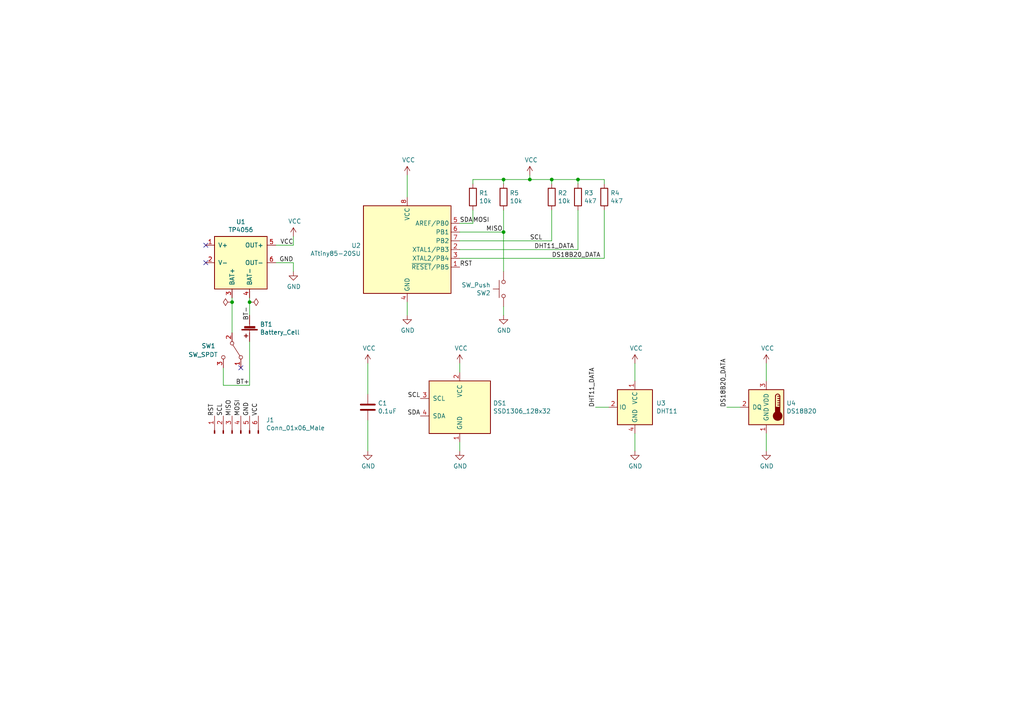
<source format=kicad_sch>
(kicad_sch (version 20211123) (generator eeschema)
  (paper "A4")
  (title_block (title "Tiny-Thermometer") (date "2021-03-13") (rev "1.0 / A") (company "Fernando Coda"))
  (lib_symbols
    (symbol "Connector:Conn_01x06_Male" (pin_names (offset 1.016) hide)
      (property "Reference" "J" (at 0 7.62 0))
      (property "Value" "Conn_01x06_Male" (at 0 -10.16 0))
      (symbol "Conn_01x06_Male_1_1"
        (polyline (pts (xy 1.27 -7.62) (xy 0.8636 -7.62)) (stroke (width 0.1524)))
        (polyline (pts (xy 1.27 -5.08) (xy 0.8636 -5.08)) (stroke (width 0.1524)))
        (polyline (pts (xy 1.27 -2.54) (xy 0.8636 -2.54)) (stroke (width 0.1524)))
        (polyline (pts (xy 1.27 0) (xy 0.8636 0)) (stroke (width 0.1524)))
        (polyline (pts (xy 1.27 2.54) (xy 0.8636 2.54)) (stroke (width 0.1524)))
        (polyline (pts (xy 1.27 5.08) (xy 0.8636 5.08)) (stroke (width 0.1524)))
        (rectangle (start 0.8636 -7.493) (end 0 -7.747) (stroke (width 0.1524)) (fill (type outline)))
        (rectangle (start 0.8636 -4.953) (end 0 -5.207) (stroke (width 0.1524)) (fill (type outline)))
        (rectangle (start 0.8636 -2.413) (end 0 -2.667) (stroke (width 0.1524)) (fill (type outline)))
        (rectangle (start 0.8636 0.127) (end 0 -0.127) (stroke (width 0.1524)) (fill (type outline)))
        (rectangle (start 0.8636 2.667) (end 0 2.413) (stroke (width 0.1524)) (fill (type outline)))
        (rectangle (start 0.8636 5.207) (end 0 4.953) (stroke (width 0.1524)) (fill (type outline)))
        (pin passive line (at 5.08 5.08 180) (length 3.81) (name "Pin_1") (number "1"))
        (pin passive line (at 5.08 2.54 180) (length 3.81) (name "Pin_2") (number "2"))
        (pin passive line (at 5.08 0 180) (length 3.81) (name "Pin_3") (number "3"))
        (pin passive line (at 5.08 -2.54 180) (length 3.81) (name "Pin_4") (number "4"))
        (pin passive line (at 5.08 -5.08 180) (length 3.81) (name "Pin_5") (number "5"))
        (pin passive line (at 5.08 -7.62 180) (length 3.81) (name "Pin_6") (number "6"))
      )
    )
    (symbol "Device:Battery_Cell" (pin_numbers hide) (pin_names (offset 0) hide)
      (property "Reference" "BT" (at 2.54 2.54 0))
      (property "Value" "Battery_Cell" (at 2.54 0 0))
      (symbol "Battery_Cell_0_1"
        (rectangle (start -2.286 1.778) (end 2.286 1.524) (fill (type outline)))
        (rectangle (start -1.5748 1.1938) (end 1.4732 0.6858) (fill (type outline)))
        (polyline (pts (xy 0 0.762) (xy 0 0)))
        (polyline (pts (xy 0 1.778) (xy 0 2.54)))
        (polyline (pts (xy 0.508 3.429) (xy 1.524 3.429)) (stroke (width 0.254)))
        (polyline (pts (xy 1.016 3.937) (xy 1.016 2.921)) (stroke (width 0.254)))
      )
      (symbol "Battery_Cell_1_1"
        (pin passive line (at 0 5.08 270) (length 2.54) (name "+") (number "1"))
        (pin passive line (at 0 -2.54 90) (length 2.54) (name "-") (number "2"))
      )
    )
    (symbol "Device:C" (pin_numbers hide) (pin_names (offset 0.254))
      (property "Reference" "C" (at 0.635 2.54 0))
      (property "Value" "C" (at 0.635 -2.54 0))
      (symbol "C_0_1"
        (polyline (pts (xy -2.032 -0.762) (xy 2.032 -0.762)) (stroke (width 0.508)))
        (polyline (pts (xy -2.032 0.762) (xy 2.032 0.762)) (stroke (width 0.508)))
      )
      (symbol "C_1_1"
        (pin passive line (at 0 3.81 270) (length 2.794) (name "~") (number "1"))
        (pin passive line (at 0 -3.81 90) (length 2.794) (name "~") (number "2"))
      )
    )
    (symbol "Device:R" (pin_numbers hide) (pin_names (offset 0))
      (property "Reference" "R" (at 2.032 0 90))
      (property "Value" "R" (at 0 0 90))
      (symbol "R_0_1"
        (rectangle (start -1.016 -2.54) (end 1.016 2.54) (stroke (width 0.254)))
      )
      (symbol "R_1_1"
        (pin passive line (at 0 3.81 270) (length 1.27) (name "~") (number "1"))
        (pin passive line (at 0 -3.81 90) (length 1.27) (name "~") (number "2"))
      )
    )
    (symbol "MCU_Microchip_ATtiny:ATtiny85-20SU"
      (property "Reference" "U" (at -12.7 13.97 0))
      (property "Value" "MCU_Microchip_ATtiny_ATtiny85-20SU" (at 2.54 -13.97 0))
      (symbol "ATtiny85-20SU_0_1"
        (rectangle (start -12.7 -12.7) (end 12.7 12.7) (stroke (width 0.254)) (fill (type background)))
      )
      (symbol "ATtiny85-20SU_1_1"
        (pin bidirectional line (at 15.24 -5.08 180) (length 2.54) (name "~{RESET}/PB5") (number "1"))
        (pin bidirectional line (at 15.24 0 180) (length 2.54) (name "XTAL1/PB3") (number "2"))
        (pin bidirectional line (at 15.24 -2.54 180) (length 2.54) (name "XTAL2/PB4") (number "3"))
        (pin power_in line (at 0 -15.24 90) (length 2.54) (name "GND") (number "4"))
        (pin bidirectional line (at 15.24 7.62 180) (length 2.54) (name "AREF/PB0") (number "5"))
        (pin bidirectional line (at 15.24 5.08 180) (length 2.54) (name "PB1") (number "6"))
        (pin bidirectional line (at 15.24 2.54 180) (length 2.54) (name "PB2") (number "7"))
        (pin power_in line (at 0 15.24 270) (length 2.54) (name "VCC") (number "8"))
      )
    )
    (symbol "Sensor:DHT11"
      (property "Reference" "U" (at -3.81 6.35 0))
      (property "Value" "DHT11" (at 3.81 6.35 0))
      (symbol "DHT11_0_1"
        (rectangle (start -5.08 5.08) (end 5.08 -5.08) (stroke (width 0.254)) (fill (type background)))
      )
      (symbol "DHT11_1_1"
        (pin power_in line (at 0 7.62 270) (length 2.54) (name "VCC") (number "1"))
        (pin bidirectional line (at 7.62 0 180) (length 2.54) (name "IO") (number "2"))
        (pin no_connect line (at -5.08 0 0) (length 2.54) hide (name "NC") (number "3"))
        (pin power_in line (at 0 -7.62 90) (length 2.54) (name "GND") (number "4"))
      )
    )
    (symbol "Sensor_Temperature:DS18B20" (pin_names (offset 1.016))
      (property "Reference" "U" (at -3.81 6.35 0))
      (property "Value" "DS18B20" (at 6.35 6.35 0))
      (symbol "DS18B20_0_1"
        (rectangle (start -5.08 5.08) (end 5.08 -5.08) (stroke (width 0.254)) (fill (type background)))
        (circle (center -3.302 -2.54) (radius 1.27) (stroke (width 0.254)) (fill (type outline)))
        (rectangle (start -2.667 -1.905) (end -3.937 0) (stroke (width 0.254)) (fill (type outline)))
        (arc (start -2.667 3.175) (mid -3.302 3.81) (end -3.937 3.175) (stroke (width 0.254)))
        (polyline (pts (xy -3.937 0.635) (xy -3.302 0.635)) (stroke (width 0.254)))
        (polyline (pts (xy -3.937 1.27) (xy -3.302 1.27)) (stroke (width 0.254)))
        (polyline (pts (xy -3.937 1.905) (xy -3.302 1.905)) (stroke (width 0.254)))
        (polyline (pts (xy -3.937 2.54) (xy -3.302 2.54)) (stroke (width 0.254)))
        (polyline (pts (xy -3.937 3.175) (xy -3.937 0)) (stroke (width 0.254)))
        (polyline (pts (xy -3.937 3.175) (xy -3.302 3.175)) (stroke (width 0.254)))
        (polyline (pts (xy -2.667 3.175) (xy -2.667 0)) (stroke (width 0.254)))
      )
      (symbol "DS18B20_1_1"
        (pin power_in line (at 0 -7.62 90) (length 2.54) (name "GND") (number "1"))
        (pin bidirectional line (at 7.62 0 180) (length 2.54) (name "DQ") (number "2"))
        (pin power_in line (at 0 7.62 270) (length 2.54) (name "VDD") (number "3"))
      )
    )
    (symbol "Switch:SW_Push" (pin_numbers hide) (pin_names (offset 1.016) hide)
      (property "Reference" "SW" (at 1.27 2.54 0))
      (property "Value" "SW_Push" (at 0 -1.524 0))
      (symbol "SW_Push_0_1"
        (circle (center -2.032 0) (radius 0.508))
        (polyline (pts (xy 0 1.27) (xy 0 3.048)))
        (polyline (pts (xy 2.54 1.27) (xy -2.54 1.27)))
        (circle (center 2.032 0) (radius 0.508))
        (pin passive line (at -5.08 0 0) (length 2.54) (name "1") (number "1"))
        (pin passive line (at 5.08 0 180) (length 2.54) (name "2") (number "2"))
      )
    )
    (symbol "Switch:SW_SPDT" (pin_names (offset 0) hide)
      (property "Reference" "SW" (at 0 4.318 0))
      (property "Value" "SW_SPDT" (at 0 -5.08 0))
      (symbol "SW_SPDT_0_0"
        (circle (center -2.032 0) (radius 0.508))
        (circle (center 2.032 -2.54) (radius 0.508))
      )
      (symbol "SW_SPDT_0_1"
        (polyline (pts (xy -1.524 0.254) (xy 1.651 2.286)))
        (circle (center 2.032 2.54) (radius 0.508))
      )
      (symbol "SW_SPDT_1_1"
        (pin passive line (at 5.08 2.54 180) (length 2.54) (name "A") (number "1"))
        (pin passive line (at -5.08 0 0) (length 2.54) (name "B") (number "2"))
        (pin passive line (at 5.08 -2.54 180) (length 2.54) (name "C") (number "3"))
      )
    )
    (symbol "power:GND" (power) (pin_names (offset 0))
      (property "Value" "GND" (at 0 -3.81 0))
      (symbol "GND_0_1"
        (polyline (pts (xy 0 0) (xy 0 -1.27) (xy 1.27 -1.27) (xy 0 -2.54) (xy -1.27 -1.27) (xy 0 -1.27)))
      )
      (symbol "GND_1_1"
        (pin power_in line (at 0 0 270) (length 0) hide (name "GND") (number "1"))
      )
    )
    (symbol "power:PWR_FLAG" (power) (pin_numbers hide) (pin_names (offset 0) hide)
      (property "Value" "PWR_FLAG" (at 0 3.81 0))
      (symbol "PWR_FLAG_0_0"
        (pin power_out line (at 0 0 90) (length 0) (name "pwr") (number "1"))
      )
      (symbol "PWR_FLAG_0_1"
        (polyline (pts (xy 0 0) (xy 0 1.27) (xy -1.016 1.905) (xy 0 2.54) (xy 1.016 1.905) (xy 0 1.27)))
      )
    )
    (symbol "power:VCC" (power) (pin_names (offset 0))
      (property "Value" "VCC" (at 0 3.81 0))
      (symbol "VCC_0_1"
        (polyline (pts (xy -0.762 1.27) (xy 0 2.54)))
        (polyline (pts (xy 0 0) (xy 0 2.54)))
        (polyline (pts (xy 0 2.54) (xy 0.762 1.27)))
      )
      (symbol "VCC_1_1"
        (pin power_in line (at 0 0 90) (length 0) hide (name "VCC") (number "1"))
      )
    )
    (symbol "ssd1306_128x32:SSD1306_128x32" (pin_names (offset 1.016))
      (property "Reference" "DS" (at -7.62 8.89 0))
      (property "Value" "SSD1306_128x32" (at 10.16 8.89 0))
      (symbol "SSD1306_128x32_0_1"
        (rectangle (start -8.89 7.62) (end 8.89 -7.62) (stroke (width 0.254)) (fill (type background)))
      )
      (symbol "SSD1306_128x32_1_1"
        (pin power_in line (at 0 -10.16 90) (length 2.54) (name "GND") (number "1"))
        (pin power_in line (at 0 10.16 270) (length 2.54) (name "VCC") (number "2"))
        (pin input line (at -11.43 2.54 0) (length 2.54) (name "SCL") (number "3"))
        (pin bidirectional line (at -11.43 -2.54 0) (length 2.54) (name "SDA") (number "4"))
      )
    )
    (symbol "tp4056:TP4056" (pin_names (offset 1.016))
      (property "Reference" "U" (at -6.35 8.89 0))
      (property "Value" "TP4056" (at 5.08 8.89 0))
      (symbol "TP4056_0_1"
        (rectangle (start -7.62 7.62) (end 7.62 -7.62) (stroke (width 0.254)) (fill (type background)))
      )
      (symbol "TP4056_1_1"
        (pin power_in line (at -10.16 5.08 0) (length 2.54) (name "V+") (number "1"))
        (pin power_in line (at -10.16 0 0) (length 2.54) (name "V-") (number "2"))
        (pin power_in line (at -2.54 -10.16 90) (length 2.54) (name "BAT+") (number "3"))
        (pin power_in line (at 2.54 -10.16 90) (length 2.54) (name "BAT-") (number "4"))
        (pin power_out line (at 10.16 5.08 180) (length 2.54) (name "OUT+") (number "5"))
        (pin power_out line (at 10.16 0 180) (length 2.54) (name "OUT-") (number "6"))
      )
    )
  )
  (junction (at 146.05 67.31))
  (junction (at 160.02 52.07))
  (junction (at 72.39 87.63))
  (junction (at 67.31 87.63))
  (junction (at 146.05 52.07))
  (junction (at 153.67 52.07))
  (junction (at 167.64 52.07))
  (no_connect (at 59.69 71.12))
  (no_connect (at 59.69 76.2))
  (no_connect (at 69.85 106.68))
  (wire (pts (xy 85.09 71.12) (xy 85.09 68.58)))
  (wire (pts (xy 167.64 52.07) (xy 167.64 53.34)))
  (wire (pts (xy 137.16 64.77) (xy 133.35 64.77)))
  (wire (pts (xy 153.67 52.07) (xy 146.05 52.07)))
  (wire (pts (xy 167.64 52.07) (xy 175.26 52.07)))
  (wire (pts (xy 146.05 60.96) (xy 146.05 67.31)))
  (wire (pts (xy 146.05 53.34) (xy 146.05 52.07)))
  (wire (pts (xy 80.01 76.2) (xy 85.09 76.2)))
  (wire (pts (xy 210.82 118.11) (xy 214.63 118.11)))
  (wire (pts (xy 133.35 105.41) (xy 133.35 107.95)))
  (wire (pts (xy 137.16 52.07) (xy 137.16 53.34)))
  (wire (pts (xy 72.39 91.44) (xy 72.39 87.63)))
  (wire (pts (xy 153.67 52.07) (xy 160.02 52.07)))
  (wire (pts (xy 146.05 78.74) (xy 146.05 67.31)))
  (wire (pts (xy 172.72 118.11) (xy 176.53 118.11)))
  (wire (pts (xy 118.11 87.63) (xy 118.11 91.44)))
  (wire (pts (xy 133.35 128.27) (xy 133.35 130.81)))
  (wire (pts (xy 106.68 114.3) (xy 106.68 105.41)))
  (wire (pts (xy 72.39 87.63) (xy 72.39 86.36)))
  (wire (pts (xy 222.25 105.41) (xy 222.25 110.49)))
  (wire (pts (xy 184.15 105.41) (xy 184.15 110.49)))
  (wire (pts (xy 67.31 86.36) (xy 67.31 87.63)))
  (wire (pts (xy 137.16 60.96) (xy 137.16 64.77)))
  (wire (pts (xy 167.64 60.96) (xy 167.64 72.39)))
  (wire (pts (xy 146.05 67.31) (xy 133.35 67.31)))
  (wire (pts (xy 106.68 130.81) (xy 106.68 121.92)))
  (wire (pts (xy 222.25 130.81) (xy 222.25 125.73)))
  (wire (pts (xy 175.26 74.93) (xy 133.35 74.93)))
  (wire (pts (xy 64.77 111.76) (xy 72.39 111.76)))
  (wire (pts (xy 80.01 71.12) (xy 85.09 71.12)))
  (wire (pts (xy 118.11 50.8) (xy 118.11 57.15)))
  (wire (pts (xy 160.02 52.07) (xy 160.02 53.34)))
  (wire (pts (xy 72.39 111.76) (xy 72.39 99.06)))
  (wire (pts (xy 67.31 87.63) (xy 67.31 96.52)))
  (wire (pts (xy 175.26 52.07) (xy 175.26 53.34)))
  (wire (pts (xy 146.05 52.07) (xy 137.16 52.07)))
  (wire (pts (xy 175.26 60.96) (xy 175.26 74.93)))
  (wire (pts (xy 146.05 88.9) (xy 146.05 91.44)))
  (wire (pts (xy 184.15 125.73) (xy 184.15 130.81)))
  (wire (pts (xy 64.77 111.76) (xy 64.77 106.68)))
  (wire (pts (xy 160.02 60.96) (xy 160.02 69.85)))
  (wire (pts (xy 160.02 52.07) (xy 167.64 52.07)))
  (wire (pts (xy 160.02 69.85) (xy 133.35 69.85)))
  (wire (pts (xy 167.64 72.39) (xy 133.35 72.39)))
  (wire (pts (xy 153.67 50.8) (xy 153.67 52.07)))
  (wire (pts (xy 85.09 76.2) (xy 85.09 78.74)))
  (label "DS18B20_DATA" (at 210.82 118.11 90))
  (label "MOSI" (at 137.16 64.77 0))
  (label "VCC" (at 74.93 120.65 90))
  (label "RST" (at 62.23 120.65 90))
  (label "SCL" (at 153.67 69.85 0))
  (label "MISO" (at 140.97 67.31 0))
  (label "GND" (at 72.39 120.65 90))
  (label "MOSI" (at 69.85 120.65 90))
  (label "RST" (at 133.35 77.47 0))
  (label "SDA" (at 133.35 64.77 0))
  (label "SDA" (at 121.92 120.65 180))
  (label "DHT11_DATA" (at 154.94 72.39 0))
  (label "BT-" (at 72.39 88.9 270))
  (label "MISO" (at 67.31 120.65 90))
  (label "SCL" (at 121.92 115.57 180))
  (label "SCL" (at 64.77 120.65 90))
  (label "VCC" (at 85.09 71.12 180))
  (label "BT+" (at 72.39 111.76 180))
  (label "DS18B20_DATA" (at 160.02 74.93 0))
  (label "DHT11_DATA" (at 172.72 118.11 90))
  (label "GND" (at 85.09 76.2 180))
  (symbol (lib_id "Device:R") (at 167.64 57.15 0) (unit 1)
    (property "Reference" "R3" (at 169.418 55.9816 0) (effects (justify left)))
    (property "Value" "4k7" (at 169.418 58.293 0) (effects (justify left)))
    (property "Footprint" "Resistor_SMD:R_1206_3216Metric_Pad1.30x1.75mm_HandSolder" (effects hide))
  )
  (symbol (lib_id "Device:C") (at 106.68 118.11 0) (unit 1)
    (property "Reference" "C1" (at 109.601 116.9416 0) (effects (justify left)))
    (property "Value" "0.1uF" (at 109.601 119.253 0) (effects (justify left)))
    (property "Footprint" "Capacitor_SMD:C_1206_3216Metric_Pad1.33x1.80mm_HandSolder" (effects hide))
  )
  (symbol (lib_id "MCU_Microchip_ATtiny:ATtiny85-20SU") (at 118.11 72.39 0) (unit 1)
    (property "Reference" "U2" (at 104.6734 71.2216 0) (effects (justify right)))
    (property "Value" "ATtiny85-20SU" (at 104.6734 73.533 0) (effects (justify right)))
    (property "Footprint" "Package_SO:SOIJ-8_5.3x5.3mm_P1.27mm" (effects hide))
    (property "Datasheet" "http://ww1.microchip.com/downloads/en/DeviceDoc/atmel-2586-avr-8-bit-microcontroller-attiny25-attiny45-attiny85_datasheet.pdf" (effects hide))
  )
  (symbol (lib_id "Sensor:DHT11") (at 184.15 118.11 0) (mirror y) (unit 1)
    (property "Reference" "U3" (at 190.3476 116.9416 0) (effects (justify right)))
    (property "Value" "DHT11" (at 190.3476 119.253 0) (effects (justify right)))
    (property "Footprint" "Sensor:Aosong_DHT11_5.5x12.0_P2.54mm_horizontal" (effects hide))
    (property "Datasheet" "http://akizukidenshi.com/download/ds/aosong/DHT11.pdf" (effects hide))
  )
  (symbol (lib_id "Sensor_Temperature:DS18B20") (at 222.25 118.11 0) (mirror y) (unit 1)
    (property "Reference" "U4" (at 228.092 116.9416 0) (effects (justify right)))
    (property "Value" "DS18B20" (at 228.092 119.253 0) (effects (justify right)))
    (property "Footprint" "Connector_JST:JST_XH_S3B-XH-A_1x03_P2.50mm_Horizontal" (effects hide))
    (property "Datasheet" "http://datasheets.maximintegrated.com/en/ds/DS18B20.pdf" (effects hide))
  )
  (symbol (lib_id "tp4056:TP4056") (at 69.85 76.2 0) (unit 1)
    (property "Reference" "U1" (at 69.85 64.3382 0))
    (property "Value" "TP4056" (at 69.85 66.6496 0))
    (property "Footprint" "tp4056:TP4056" (effects hide))
  )
  (symbol (lib_id "Device:Battery_Cell") (at 72.39 93.98 180) (unit 1)
    (property "Reference" "BT1" (at 75.3872 94.0816 0) (effects (justify right)))
    (property "Value" "Battery_Cell" (at 75.3872 96.393 0) (effects (justify right)))
    (property "Footprint" "Connector_JST:JST_XH_S2B-XH-A_1x02_P2.50mm_Horizontal" (effects hide))
  )
  (symbol (lib_id "Switch:SW_Push") (at 146.05 83.82 90) (unit 1)
    (property "Reference" "SW2" (at 142.2908 84.9884 90) (effects (justify left)))
    (property "Value" "SW_Push" (at 142.2908 82.677 90) (effects (justify left)))
    (property "Footprint" "Button_Switch_THT:SW_PUSH_6mm_H7.3mm" (effects hide))
  )
  (symbol (lib_id "power:GND") (at 118.11 91.44 0) (unit 1)
    (property "Reference" "#PWR06" (effects hide))
    (property "Value" "GND" (at 118.237 95.8342 0))
  )
  (symbol (lib_id "power:VCC") (at 118.11 50.8 0) (unit 1)
    (property "Reference" "#PWR05" (effects hide))
    (property "Value" "VCC" (at 118.491 46.4058 0))
  )
  (symbol (lib_id "power:GND") (at 85.09 78.74 0) (unit 1)
    (property "Reference" "#PWR02" (effects hide))
    (property "Value" "GND" (at 85.217 83.1342 0))
  )
  (symbol (lib_id "power:VCC") (at 85.09 68.58 0) (unit 1)
    (property "Reference" "#PWR01" (effects hide))
    (property "Value" "VCC" (at 85.471 64.1858 0))
  )
  (symbol (lib_id "power:VCC") (at 153.67 50.8 0) (unit 1)
    (property "Reference" "#PWR09" (effects hide))
    (property "Value" "VCC" (at 154.051 46.4058 0))
  )
  (symbol (lib_id "ssd1306_128x32:SSD1306_128x32") (at 133.35 118.11 0) (unit 1)
    (property "Reference" "DS1" (at 143.002 116.9416 0) (effects (justify left)))
    (property "Value" "SSD1306_128x32" (at 143.002 119.253 0) (effects (justify left)))
    (property "Footprint" "ssd1306:SSD1306_128x32" (effects hide))
    (property "Datasheet" "https://www.digchip.com/datasheets/parts/datasheet/1121/AG-12864E-pdf.php" (effects hide))
  )
  (symbol (lib_id "power:GND") (at 133.35 130.81 0) (unit 1)
    (property "Reference" "#PWR08" (effects hide))
    (property "Value" "GND" (at 133.477 135.2042 0))
  )
  (symbol (lib_id "power:GND") (at 184.15 130.81 0) (unit 1)
    (property "Reference" "#PWR011" (effects hide))
    (property "Value" "GND" (at 184.277 135.2042 0))
  )
  (symbol (lib_id "power:GND") (at 222.25 130.81 0) (unit 1)
    (property "Reference" "#PWR015" (effects hide))
    (property "Value" "GND" (at 222.377 135.2042 0))
  )
  (symbol (lib_id "power:VCC") (at 133.35 105.41 0) (unit 1)
    (property "Reference" "#PWR07" (effects hide))
    (property "Value" "VCC" (at 133.731 101.0158 0))
  )
  (symbol (lib_id "power:VCC") (at 184.15 105.41 0) (unit 1)
    (property "Reference" "#PWR010" (effects hide))
    (property "Value" "VCC" (at 184.531 101.0158 0))
  )
  (symbol (lib_id "power:VCC") (at 222.25 105.41 0) (unit 1)
    (property "Reference" "#PWR014" (effects hide))
    (property "Value" "VCC" (at 222.631 101.0158 0))
  )
  (symbol (lib_id "Device:R") (at 175.26 57.15 0) (unit 1)
    (property "Reference" "R4" (at 177.038 55.9816 0) (effects (justify left)))
    (property "Value" "4k7" (at 177.038 58.293 0) (effects (justify left)))
    (property "Footprint" "Resistor_SMD:R_1206_3216Metric_Pad1.30x1.75mm_HandSolder" (effects hide))
  )
  (symbol (lib_id "Device:R") (at 137.16 57.15 0) (unit 1)
    (property "Reference" "R1" (at 138.938 55.9816 0) (effects (justify left)))
    (property "Value" "10k" (at 138.938 58.293 0) (effects (justify left)))
    (property "Footprint" "Resistor_SMD:R_1206_3216Metric_Pad1.30x1.75mm_HandSolder" (effects hide))
  )
  (symbol (lib_id "Device:R") (at 160.02 57.15 0) (unit 1)
    (property "Reference" "R2" (at 161.798 55.9816 0) (effects (justify left)))
    (property "Value" "10k" (at 161.798 58.293 0) (effects (justify left)))
    (property "Footprint" "Resistor_SMD:R_1206_3216Metric_Pad1.30x1.75mm_HandSolder" (effects hide))
  )
  (symbol (lib_id "power:VCC") (at 106.68 105.41 0) (unit 1)
    (property "Reference" "#PWR03" (effects hide))
    (property "Value" "VCC" (at 107.061 101.0158 0))
  )
  (symbol (lib_id "power:GND") (at 106.68 130.81 0) (unit 1)
    (property "Reference" "#PWR04" (effects hide))
    (property "Value" "GND" (at 106.807 135.2042 0))
  )
  (symbol (lib_id "Connector:Conn_01x06_Male") (at 67.31 125.73 90) (unit 1)
    (property "Reference" "J1" (at 77.1652 121.8184 90) (effects (justify right)))
    (property "Value" "Conn_01x06_Male" (at 77.1652 124.1298 90) (effects (justify right)))
    (property "Footprint" "Connector_PinHeader_2.54mm:PinHeader_1x06_P2.54mm_Horizontal" (effects hide))
  )
  (symbol (lib_id "Switch:SW_SPDT") (at 67.31 101.6 270) (unit 1)
    (property "Reference" "SW1" (at 58.42 100.33 90) (effects (justify left)))
    (property "Value" "SW_SPDT" (at 54.61 102.87 90) (effects (justify left)))
    (property "Footprint" "Button_Switch_THT:SW_SPDT_Angled_P3mm_13x5.5x6mm" (effects hide))
  )
  (symbol (lib_id "power:PWR_FLAG") (at 67.31 87.63 90) (unit 1)
    (property "Reference" "#FLG0101" (effects hide))
    (property "Value" "PWR_FLAG" (effects hide))
  )
  (symbol (lib_id "power:PWR_FLAG") (at 72.39 87.63 270) (unit 1)
    (property "Reference" "#FLG0102" (effects hide))
    (property "Value" "PWR_FLAG" (effects hide))
  )
  (symbol (lib_id "power:GND") (at 146.05 91.44 0) (unit 1)
    (property "Reference" "#PWR0101" (effects hide))
    (property "Value" "GND" (at 146.177 95.8342 0))
  )
  (symbol (lib_id "Device:R") (at 146.05 57.15 0) (unit 1)
    (property "Reference" "R5" (at 147.828 55.9816 0) (effects (justify left)))
    (property "Value" "10k" (at 147.828 58.293 0) (effects (justify left)))
    (property "Footprint" "Resistor_SMD:R_1206_3216Metric_Pad1.30x1.75mm_HandSolder" (effects hide))
  )
)
</source>
